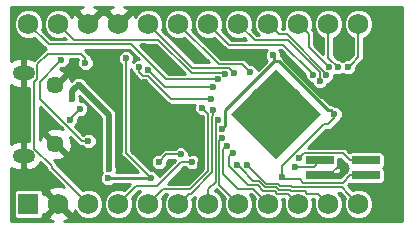
<source format=gbr>
G04 #@! TF.GenerationSoftware,KiCad,Pcbnew,(5.0.0)*
G04 #@! TF.CreationDate,2019-04-09T17:12:50-06:00*
G04 #@! TF.ProjectId,NRF52832 Base,4E5246353238333220426173652E6B69,rev?*
G04 #@! TF.SameCoordinates,Original*
G04 #@! TF.FileFunction,Copper,L2,Bot,Signal*
G04 #@! TF.FilePolarity,Positive*
%FSLAX46Y46*%
G04 Gerber Fmt 4.6, Leading zero omitted, Abs format (unit mm)*
G04 Created by KiCad (PCBNEW (5.0.0)) date 04/09/19 17:12:50*
%MOMM*%
%LPD*%
G01*
G04 APERTURE LIST*
G04 #@! TA.AperFunction,ComponentPad*
%ADD10R,1.752600X1.752600*%
G04 #@! TD*
G04 #@! TA.AperFunction,ComponentPad*
%ADD11C,1.752600*%
G04 #@! TD*
G04 #@! TA.AperFunction,Conductor*
%ADD12C,5.400000*%
G04 #@! TD*
G04 #@! TA.AperFunction,Conductor*
%ADD13C,0.100000*%
G04 #@! TD*
G04 #@! TA.AperFunction,ViaPad*
%ADD14C,0.600000*%
G04 #@! TD*
G04 #@! TA.AperFunction,ComponentPad*
%ADD15C,1.450000*%
G04 #@! TD*
G04 #@! TA.AperFunction,ComponentPad*
%ADD16O,1.900000X1.200000*%
G04 #@! TD*
G04 #@! TA.AperFunction,SMDPad,CuDef*
%ADD17R,2.400000X0.740000*%
G04 #@! TD*
G04 #@! TA.AperFunction,Conductor*
%ADD18C,0.250000*%
G04 #@! TD*
G04 #@! TA.AperFunction,Conductor*
%ADD19C,0.508000*%
G04 #@! TD*
G04 #@! TA.AperFunction,Conductor*
%ADD20C,0.254000*%
G04 #@! TD*
G04 #@! TA.AperFunction,Conductor*
%ADD21C,0.152400*%
G04 #@! TD*
G04 APERTURE END LIST*
D10*
G04 #@! TO.P,U2,1*
G04 #@! TO.N,RAW*
X113030000Y-97155000D03*
D11*
G04 #@! TO.P,U2,2*
G04 #@! TO.N,GND*
X115570000Y-97155000D03*
G04 #@! TO.P,U2,3*
G04 #@! TO.N,RESET*
X118110000Y-97155000D03*
G04 #@! TO.P,U2,4*
G04 #@! TO.N,VCC*
X120650000Y-97155000D03*
G04 #@! TO.P,U2,5*
G04 #@! TO.N,/P0.07*
X123190000Y-97155000D03*
G04 #@! TO.P,U2,6*
G04 #@! TO.N,/P0.09*
X125730000Y-97155000D03*
G04 #@! TO.P,U2,7*
G04 #@! TO.N,/P0.10*
X128270000Y-97155000D03*
G04 #@! TO.P,U2,8*
G04 #@! TO.N,/P0.11*
X130810000Y-97155000D03*
G04 #@! TO.P,U2,9*
G04 #@! TO.N,SCK*
X133350000Y-97155000D03*
G04 #@! TO.P,U2,10*
G04 #@! TO.N,MOSI*
X135890000Y-97155000D03*
G04 #@! TO.P,U2,11*
G04 #@! TO.N,MISO*
X138430000Y-97155000D03*
G04 #@! TO.P,U2,12*
G04 #@! TO.N,/P0.18*
X140970000Y-97155000D03*
G04 #@! TO.P,U2,24*
G04 #@! TO.N,SDA*
X140970000Y-81915000D03*
G04 #@! TO.P,U2,23*
G04 #@! TO.N,SCL*
X138430000Y-81915000D03*
G04 #@! TO.P,U2,22*
G04 #@! TO.N,/P0.27*
X135890000Y-81915000D03*
G04 #@! TO.P,U2,21*
G04 #@! TO.N,/P0.28*
X133350000Y-81915000D03*
G04 #@! TO.P,U2,20*
G04 #@! TO.N,/P0.29*
X130810000Y-81915000D03*
G04 #@! TO.P,U2,19*
G04 #@! TO.N,/P0.30*
X128270000Y-81915000D03*
G04 #@! TO.P,U2,18*
G04 #@! TO.N,/P0.02*
X125730000Y-81915000D03*
G04 #@! TO.P,U2,17*
G04 #@! TO.N,/P0.03*
X123190000Y-81915000D03*
G04 #@! TO.P,U2,16*
G04 #@! TO.N,GND*
X120650000Y-81915000D03*
G04 #@! TO.P,U2,15*
X118110000Y-81915000D03*
G04 #@! TO.P,U2,14*
G04 #@! TO.N,/P0.04*
X115570000Y-81915000D03*
G04 #@! TO.P,U2,13*
G04 #@! TO.N,/P0.05*
X113030000Y-81915000D03*
G04 #@! TD*
D12*
G04 #@! TO.N,GND*
G04 #@! TO.C,U1*
X133985000Y-89535000D03*
D13*
G36*
X130166623Y-89535000D02*
X133985000Y-85716623D01*
X137803377Y-89535000D01*
X133985000Y-93353377D01*
X130166623Y-89535000D01*
X130166623Y-89535000D01*
G37*
D14*
X133466455Y-87979365D03*
X132429365Y-89016455D03*
X134503545Y-87979365D03*
X133985000Y-88497911D03*
X133466455Y-89016455D03*
X132947911Y-89535000D03*
X132429365Y-90053545D03*
X134503545Y-89016455D03*
X133466455Y-90053545D03*
X135540635Y-89016455D03*
X135022089Y-89535000D03*
X134503545Y-90053545D03*
X133985000Y-90572089D03*
X133466455Y-91090635D03*
X135540635Y-90053545D03*
X134503545Y-91090635D03*
G04 #@! TD*
D15*
G04 #@! TO.P,J2,6*
G04 #@! TO.N,GND*
X115316000Y-87075000D03*
X115316000Y-92075000D03*
D16*
X112616000Y-86075000D03*
X112616000Y-93075000D03*
G04 #@! TD*
D17*
G04 #@! TO.P,J1,1*
G04 #@! TO.N,SWDIO*
X141586500Y-93472000D03*
G04 #@! TO.P,J1,2*
G04 #@! TO.N,SWDCLK*
X137686500Y-93472000D03*
G04 #@! TO.P,J1,3*
G04 #@! TO.N,VCC*
X141586500Y-94742000D03*
G04 #@! TO.P,J1,4*
G04 #@! TO.N,GND*
X137686500Y-94742000D03*
G04 #@! TD*
D14*
G04 #@! TO.N,GND*
X143129000Y-91440000D03*
X143129000Y-92710000D03*
X143129000Y-86868000D03*
X143129000Y-85598000D03*
X143129000Y-84328000D03*
X144500000Y-96700000D03*
X127580852Y-93889889D03*
X127000000Y-89535000D03*
X122936000Y-86868000D03*
X123698000Y-84455000D03*
X122809000Y-83820000D03*
X138849570Y-88430570D03*
X134620000Y-84455000D03*
X139827000Y-90678000D03*
X121031000Y-94107000D03*
X127508000Y-92329000D03*
X125730000Y-85852000D03*
X143002000Y-98298000D03*
X143002000Y-97409000D03*
X143002000Y-96520000D03*
X143002000Y-95758000D03*
X143002000Y-80772000D03*
X143002000Y-81534000D03*
X143002000Y-82296000D03*
X143002000Y-83058000D03*
X139509500Y-93916500D03*
G04 #@! TO.N,VCC*
X134493000Y-94869000D03*
X133731000Y-84582000D03*
X129408232Y-90770832D03*
X126873000Y-93599000D03*
X138938000Y-89535000D03*
G04 #@! TO.N,SCK*
X129805607Y-92217632D03*
G04 #@! TO.N,MOSI*
X130328002Y-92808599D03*
G04 #@! TO.N,MISO*
X130683000Y-93853000D03*
G04 #@! TO.N,SDA*
X140081000Y-85598000D03*
G04 #@! TO.N,SCL*
X139196858Y-85595422D03*
G04 #@! TO.N,RESET*
X117856000Y-85217000D03*
G04 #@! TO.N,SWDCLK*
X135631533Y-93992213D03*
G04 #@! TO.N,SWDIO*
X135953500Y-93285584D03*
G04 #@! TO.N,/P0.02*
X131820473Y-86014842D03*
G04 #@! TO.N,/P0.03*
X130435320Y-86034579D03*
G04 #@! TO.N,/P0.04*
X129682947Y-86164756D03*
G04 #@! TO.N,/P0.05*
X129073215Y-86605608D03*
G04 #@! TO.N,TXD*
X128651000Y-87228390D03*
X123133716Y-85781284D03*
G04 #@! TO.N,/P0.07*
X127762000Y-89027000D03*
G04 #@! TO.N,RXD*
X128524000Y-88285600D03*
X122409208Y-85578278D03*
G04 #@! TO.N,/P0.09*
X128690938Y-89215250D03*
G04 #@! TO.N,/P0.10*
X129103421Y-90043000D03*
G04 #@! TO.N,/P0.11*
X129408232Y-91567000D03*
G04 #@! TO.N,/P0.18*
X131572000Y-93853000D03*
G04 #@! TO.N,/P0.27*
X138442781Y-85549065D03*
G04 #@! TO.N,/P0.28*
X138255576Y-86277822D03*
G04 #@! TO.N,/P0.29*
X137686662Y-86770210D03*
G04 #@! TO.N,/P0.30*
X137159928Y-86232926D03*
G04 #@! TO.N,RAW*
X119761000Y-94996000D03*
X123444000Y-94996000D03*
X121285000Y-84836000D03*
G04 #@! TO.N,Net-(C6-Pad1)*
X124079000Y-93599000D03*
X125907598Y-92964000D03*
G04 #@! TO.N,/VBus*
X116713000Y-88265000D03*
X119833000Y-94234000D03*
X117284500Y-87058500D03*
G04 #@! TO.N,Net-(D1-Pad1)*
X118110000Y-91821000D03*
X115824000Y-84963000D03*
G04 #@! TO.N,/D+*
X117411500Y-89090500D03*
X116537062Y-90028438D03*
G04 #@! TD*
D18*
G04 #@! TO.N,GND*
X115570000Y-97155000D02*
X115984802Y-97155000D01*
D19*
X112616000Y-94201000D02*
X112616000Y-93075000D01*
X115570000Y-97155000D02*
X112616000Y-94201000D01*
D20*
X123235999Y-87167999D02*
X122936000Y-86868000D01*
X125603000Y-89535000D02*
X123235999Y-87167999D01*
X127000000Y-89535000D02*
X125603000Y-89535000D01*
X127508000Y-90043000D02*
X127000000Y-89535000D01*
X127580852Y-93889889D02*
X127508000Y-93817037D01*
X127508000Y-93817037D02*
X127508000Y-92329000D01*
D21*
X123698000Y-84455000D02*
X123398001Y-84155001D01*
X123063000Y-83820000D02*
X123698000Y-84455000D01*
X122809000Y-83820000D02*
X123063000Y-83820000D01*
D20*
X138531604Y-88112604D02*
X138549571Y-88130571D01*
X137836354Y-88112604D02*
X138531604Y-88112604D01*
X138549571Y-88130571D02*
X138849570Y-88430570D01*
X137836354Y-88112604D02*
X134620000Y-84896250D01*
X134620000Y-84896250D02*
X134620000Y-84455000D01*
X134620000Y-84455000D02*
X134620000Y-84455000D01*
X138849570Y-88430570D02*
X139827000Y-89408000D01*
X139827000Y-89408000D02*
X139827000Y-90678000D01*
X127508000Y-92329000D02*
X127508000Y-90043000D01*
D21*
X139342000Y-93916500D02*
X139509500Y-93916500D01*
X137686500Y-94742000D02*
X138516500Y-94742000D01*
X138516500Y-94742000D02*
X139342000Y-93916500D01*
D20*
G04 #@! TO.N,VCC*
X133858000Y-85090000D02*
X133858000Y-84709000D01*
X133858000Y-84709000D02*
X133731000Y-84582000D01*
X129708231Y-89239769D02*
X129708231Y-90470833D01*
X129708231Y-90470833D02*
X129408232Y-90770832D01*
X133858000Y-85090000D02*
X129708231Y-89239769D01*
D21*
X125984000Y-93599000D02*
X126873000Y-93599000D01*
X123952000Y-95631000D02*
X125984000Y-93599000D01*
X120650000Y-97155000D02*
X122174000Y-95631000D01*
X122174000Y-95631000D02*
X123952000Y-95631000D01*
D20*
X138638001Y-89235001D02*
X138938000Y-89535000D01*
X138384001Y-89235001D02*
X138638001Y-89235001D01*
X133858000Y-85090000D02*
X134239000Y-85090000D01*
X134239000Y-85090000D02*
X138384001Y-89235001D01*
D21*
X134493000Y-94444736D02*
X134493000Y-94869000D01*
X134493000Y-93963754D02*
X134493000Y-94444736D01*
X138032754Y-90424000D02*
X134493000Y-93963754D01*
X138430000Y-90424000D02*
X138032754Y-90424000D01*
X138938000Y-89535000D02*
X138938000Y-89916000D01*
X138938000Y-89916000D02*
X138430000Y-90424000D01*
X134683500Y-95059500D02*
X134493000Y-94869000D01*
X136022518Y-95059500D02*
X134683500Y-95059500D01*
X136303619Y-95340601D02*
X136022518Y-95059500D01*
X139635499Y-95340601D02*
X136303619Y-95340601D01*
X141586500Y-94742000D02*
X140234100Y-94742000D01*
X140234100Y-94742000D02*
X139635499Y-95340601D01*
G04 #@! TO.N,SCK*
X129505608Y-92517631D02*
X129805607Y-92217632D01*
X132080000Y-95885000D02*
X130810000Y-95885000D01*
X133350000Y-97155000D02*
X132080000Y-95885000D01*
X130810000Y-95885000D02*
X129505608Y-94580608D01*
X129505608Y-94580608D02*
X129505608Y-92517631D01*
G04 #@! TO.N,MOSI*
X131627859Y-95580189D02*
X130027399Y-93979729D01*
X134108955Y-96278701D02*
X133880353Y-96050099D01*
X135013701Y-96278701D02*
X134108955Y-96278701D01*
X135890000Y-97155000D02*
X135013701Y-96278701D01*
X133880353Y-96050099D02*
X132906965Y-96050099D01*
X132437056Y-95580189D02*
X131627859Y-95580189D01*
X130027399Y-93979729D02*
X130027399Y-93109202D01*
X132906965Y-96050099D02*
X132437056Y-95580189D01*
X130027399Y-93109202D02*
X130028003Y-93108598D01*
X130028003Y-93108598D02*
X130328002Y-92808599D01*
G04 #@! TO.N,MISO*
X135139957Y-95973891D02*
X134235211Y-95973891D01*
X134006609Y-95745289D02*
X133033222Y-95745289D01*
X133033222Y-95745289D02*
X132537934Y-95250000D01*
X136420353Y-96050099D02*
X135216165Y-96050099D01*
X132537934Y-95250000D02*
X132080000Y-95250000D01*
X130982999Y-94152999D02*
X130683000Y-93853000D01*
X132080000Y-95250000D02*
X130982999Y-94152999D01*
X134235211Y-95973891D02*
X134006609Y-95745289D01*
X135216165Y-96050099D02*
X135139957Y-95973891D01*
X137553701Y-96278701D02*
X136648955Y-96278701D01*
X138430000Y-97155000D02*
X137553701Y-96278701D01*
X136648955Y-96278701D02*
X136420353Y-96050099D01*
G04 #@! TO.N,SDA*
X140970000Y-84709000D02*
X140380999Y-85298001D01*
X140380999Y-85298001D02*
X140081000Y-85598000D01*
X140970000Y-81915000D02*
X140970000Y-84709000D01*
G04 #@! TO.N,SCL*
X138430000Y-81915000D02*
X138430000Y-84761029D01*
X138430000Y-84761029D02*
X139196858Y-85527887D01*
X139196858Y-85527887D02*
X139196858Y-85595422D01*
G04 #@! TO.N,RESET*
X117497663Y-84434399D02*
X114701601Y-84434399D01*
X117856000Y-85217000D02*
X117856000Y-84792736D01*
X117856000Y-84792736D02*
X117497663Y-84434399D01*
X113794610Y-86561324D02*
X113538000Y-86817934D01*
X114701601Y-84434399D02*
X113794610Y-85341390D01*
X113794610Y-85341390D02*
X113794610Y-86561324D01*
X113538000Y-92475169D02*
X115042831Y-93980000D01*
X113538000Y-86817934D02*
X113538000Y-92475169D01*
X115042831Y-94087831D02*
X118110000Y-97155000D01*
X115042831Y-93980000D02*
X115042831Y-94087831D01*
G04 #@! TO.N,SWDCLK*
X137166287Y-93992213D02*
X137686500Y-93472000D01*
X135631533Y-93992213D02*
X137166287Y-93992213D01*
G04 #@! TO.N,SWDIO*
X140234100Y-93472000D02*
X141586500Y-93472000D01*
X139635499Y-92873399D02*
X140234100Y-93472000D01*
X136365685Y-92873399D02*
X139635499Y-92873399D01*
X135953500Y-93285584D02*
X136365685Y-92873399D01*
G04 #@! TO.N,/P0.02*
X129146344Y-85331344D02*
X131136975Y-85331344D01*
X131136975Y-85331344D02*
X131520474Y-85714843D01*
X131520474Y-85714843D02*
X131820473Y-86014842D01*
X125730000Y-81915000D02*
X129146344Y-85331344D01*
G04 #@! TO.N,/P0.03*
X126911155Y-85636155D02*
X130036896Y-85636155D01*
X123190000Y-81915000D02*
X126911155Y-85636155D01*
X130036896Y-85636155D02*
X130135321Y-85734580D01*
X130135321Y-85734580D02*
X130435320Y-86034579D01*
G04 #@! TO.N,/P0.04*
X124002752Y-83235752D02*
X126844007Y-86077007D01*
X126844007Y-86077007D02*
X129595198Y-86077007D01*
X129595198Y-86077007D02*
X129682947Y-86164756D01*
X116890752Y-83235752D02*
X124002752Y-83235752D01*
X115570000Y-81915000D02*
X116890752Y-83235752D01*
G04 #@! TO.N,/P0.05*
X128648951Y-86605608D02*
X129073215Y-86605608D01*
X124705608Y-86605608D02*
X128648951Y-86605608D01*
X121731261Y-83631261D02*
X124705608Y-86605608D01*
X114746261Y-83631261D02*
X121731261Y-83631261D01*
X113030000Y-81915000D02*
X114746261Y-83631261D01*
G04 #@! TO.N,TXD*
X123433715Y-86081283D02*
X123133716Y-85781284D01*
X128651000Y-87228390D02*
X124580822Y-87228390D01*
X124580822Y-87228390D02*
X123433715Y-86081283D01*
G04 #@! TO.N,/P0.07*
X126746000Y-95885000D02*
X124460000Y-95885000D01*
X128270000Y-94361000D02*
X126746000Y-95885000D01*
X127762000Y-89027000D02*
X128270000Y-89535000D01*
X128270000Y-89535000D02*
X128270000Y-94361000D01*
X124460000Y-95885000D02*
X123190000Y-97155000D01*
G04 #@! TO.N,RXD*
X125135930Y-88285600D02*
X123189729Y-86339399D01*
X123189729Y-86339399D02*
X122746065Y-86339399D01*
X122409208Y-86002542D02*
X122409208Y-85578278D01*
X122746065Y-86339399D02*
X122409208Y-86002542D01*
X128524000Y-88285600D02*
X125135930Y-88285600D01*
G04 #@! TO.N,/P0.09*
X125730000Y-97155000D02*
X126606299Y-96278701D01*
X128574811Y-89755641D02*
X128690938Y-89639514D01*
X128574811Y-94487256D02*
X128574811Y-89755641D01*
X126606299Y-96278701D02*
X126783366Y-96278701D01*
X126783366Y-96278701D02*
X128574811Y-94487256D01*
X128690938Y-89639514D02*
X128690938Y-89215250D01*
G04 #@! TO.N,/P0.10*
X128270000Y-97155000D02*
X128270000Y-95915725D01*
X128879622Y-90266799D02*
X129103421Y-90043000D01*
X128879622Y-95306103D02*
X128879622Y-90266799D01*
X128270000Y-95915725D02*
X128879622Y-95306103D01*
G04 #@! TO.N,/P0.11*
X129184433Y-95529433D02*
X129184433Y-91790799D01*
X130810000Y-97155000D02*
X129184433Y-95529433D01*
X129184433Y-91790799D02*
X129408232Y-91567000D01*
G04 #@! TO.N,/P0.18*
X140093701Y-96278701D02*
X140970000Y-97155000D01*
X136559321Y-95758000D02*
X139573000Y-95758000D01*
X134132865Y-95440478D02*
X134361466Y-95669080D01*
X133159478Y-95440478D02*
X134132865Y-95440478D01*
X135266213Y-95669080D02*
X135342421Y-95745288D01*
X131572000Y-93853000D02*
X133159478Y-95440478D01*
X136546609Y-95745288D02*
X136559321Y-95758000D01*
X135342421Y-95745288D02*
X136546609Y-95745288D01*
X134361466Y-95669080D02*
X135266213Y-95669080D01*
X139573000Y-95758000D02*
X140093701Y-96278701D01*
G04 #@! TO.N,/P0.27*
X136766299Y-83872583D02*
X138142782Y-85249066D01*
X135890000Y-81915000D02*
X136766299Y-82791299D01*
X136766299Y-82791299D02*
X136766299Y-83872583D01*
X138142782Y-85249066D02*
X138442781Y-85549065D01*
G04 #@! TO.N,/P0.28*
X133436605Y-81915000D02*
X133350000Y-81915000D01*
X133350000Y-81915000D02*
X134226299Y-82791299D01*
X134226299Y-82791299D02*
X134931698Y-82791299D01*
X138255576Y-86115177D02*
X138255576Y-86277822D01*
X134931698Y-82791299D02*
X138255576Y-86115177D01*
G04 #@! TO.N,/P0.29*
X137688602Y-85979270D02*
X137688602Y-86344006D01*
X137688602Y-86344006D02*
X137686662Y-86345946D01*
X135021332Y-83312000D02*
X137688602Y-85979270D01*
X132207000Y-83312000D02*
X135021332Y-83312000D01*
X137686662Y-86345946D02*
X137686662Y-86770210D01*
X130810000Y-81915000D02*
X132207000Y-83312000D01*
G04 #@! TO.N,/P0.30*
X128270000Y-81915000D02*
X130048000Y-83693000D01*
X136859929Y-85932927D02*
X137159928Y-86232926D01*
X134620002Y-83693000D02*
X136859929Y-85932927D01*
X130048000Y-83693000D02*
X134620002Y-83693000D01*
D20*
G04 #@! TO.N,RAW*
X119761000Y-94996000D02*
X123444000Y-94996000D01*
D21*
X121285000Y-85260264D02*
X121285000Y-84836000D01*
X123444000Y-94996000D02*
X121285000Y-92837000D01*
X121285000Y-92837000D02*
X121285000Y-85260264D01*
G04 #@! TO.N,Net-(C6-Pad1)*
X124079000Y-93599000D02*
X124714000Y-92964000D01*
X124714000Y-92964000D02*
X125907598Y-92964000D01*
D19*
G04 #@! TO.N,/VBus*
X119833000Y-94234000D02*
X119833000Y-89607000D01*
X117584499Y-87358499D02*
X117284500Y-87058500D01*
X119833000Y-89607000D02*
X117584499Y-87358499D01*
X116713000Y-88265000D02*
X116713000Y-87630000D01*
X116984501Y-87358499D02*
X117284500Y-87058500D01*
X116713000Y-87630000D02*
X116984501Y-87358499D01*
D21*
G04 #@! TO.N,Net-(D1-Pad1)*
X115524001Y-85262999D02*
X115824000Y-84963000D01*
X113982500Y-86804500D02*
X115524001Y-85262999D01*
X113982500Y-88256206D02*
X113982500Y-86804500D01*
X118110000Y-91821000D02*
X117547294Y-91821000D01*
X117547294Y-91821000D02*
X113982500Y-88256206D01*
G04 #@! TO.N,/D+*
X117411500Y-89090500D02*
X116537062Y-89964938D01*
X116537062Y-89964938D02*
X116537062Y-90028438D01*
G04 #@! TD*
D20*
G04 #@! TO.N,GND*
G36*
X117310104Y-80597973D02*
X117226604Y-80851999D01*
X118110000Y-81735395D01*
X118993396Y-80851999D01*
X118909896Y-80597973D01*
X118547745Y-80466000D01*
X120168713Y-80466000D01*
X119850104Y-80597973D01*
X119766604Y-80851999D01*
X120650000Y-81735395D01*
X121533396Y-80851999D01*
X121449896Y-80597973D01*
X121087745Y-80466000D01*
X144653000Y-80466000D01*
X144653000Y-98604000D01*
X116051287Y-98604000D01*
X116369896Y-98472027D01*
X116453396Y-98218001D01*
X115570000Y-97334605D01*
X114686604Y-98218001D01*
X114770104Y-98472027D01*
X115132255Y-98604000D01*
X111581000Y-98604000D01*
X111581000Y-96278700D01*
X111765236Y-96278700D01*
X111765236Y-98031300D01*
X111794806Y-98179959D01*
X111879014Y-98305986D01*
X112005041Y-98390194D01*
X112153700Y-98419764D01*
X113906300Y-98419764D01*
X114054959Y-98390194D01*
X114180986Y-98305986D01*
X114265194Y-98179959D01*
X114294764Y-98031300D01*
X114294764Y-97968633D01*
X114506999Y-98038396D01*
X115390395Y-97155000D01*
X114506999Y-96271604D01*
X114294764Y-96341367D01*
X114294764Y-96278700D01*
X114265194Y-96130041D01*
X114180986Y-96004014D01*
X114054959Y-95919806D01*
X113906300Y-95890236D01*
X112153700Y-95890236D01*
X112005041Y-95919806D01*
X111879014Y-96004014D01*
X111794806Y-96130041D01*
X111765236Y-96278700D01*
X111581000Y-96278700D01*
X111581000Y-94088696D01*
X111676053Y-94167390D01*
X112139000Y-94310000D01*
X112489000Y-94310000D01*
X112489000Y-93202000D01*
X112469000Y-93202000D01*
X112469000Y-92948000D01*
X112489000Y-92948000D01*
X112489000Y-91840000D01*
X112139000Y-91840000D01*
X111676053Y-91982610D01*
X111581000Y-92061304D01*
X111581000Y-87088696D01*
X111676053Y-87167390D01*
X112139000Y-87310000D01*
X112489000Y-87310000D01*
X112489000Y-86202000D01*
X112469000Y-86202000D01*
X112469000Y-85948000D01*
X112489000Y-85948000D01*
X112489000Y-84840000D01*
X112139000Y-84840000D01*
X111676053Y-84982610D01*
X111581000Y-85061304D01*
X111581000Y-81664907D01*
X111772700Y-81664907D01*
X111772700Y-82165093D01*
X111964112Y-82627203D01*
X112317797Y-82980888D01*
X112779907Y-83172300D01*
X113280093Y-83172300D01*
X113535096Y-83066674D01*
X114391129Y-83922707D01*
X114416638Y-83960884D01*
X114501983Y-84017910D01*
X114371978Y-84104776D01*
X114346471Y-84142950D01*
X113518383Y-84971039D01*
X113093000Y-84840000D01*
X112743000Y-84840000D01*
X112743000Y-85948000D01*
X112763000Y-85948000D01*
X112763000Y-86202000D01*
X112743000Y-86202000D01*
X112743000Y-87310000D01*
X113080800Y-87310000D01*
X113080801Y-91840000D01*
X112743000Y-91840000D01*
X112743000Y-92948000D01*
X112763000Y-92948000D01*
X112763000Y-93202000D01*
X112743000Y-93202000D01*
X112743000Y-94310000D01*
X113093000Y-94310000D01*
X113555947Y-94167390D01*
X113929080Y-93858474D01*
X114048665Y-93632412D01*
X114594698Y-94178445D01*
X114612158Y-94266222D01*
X114713208Y-94417454D01*
X114751385Y-94442963D01*
X116018250Y-95709828D01*
X115805003Y-95632118D01*
X115204332Y-95658109D01*
X114770104Y-95837973D01*
X114686604Y-96091999D01*
X115570000Y-96975395D01*
X115584143Y-96961253D01*
X115763748Y-97140858D01*
X115749605Y-97155000D01*
X116633001Y-98038396D01*
X116887027Y-97954896D01*
X116977546Y-97706499D01*
X117044112Y-97867203D01*
X117397797Y-98220888D01*
X117859907Y-98412300D01*
X118360093Y-98412300D01*
X118822203Y-98220888D01*
X119175888Y-97867203D01*
X119367300Y-97405093D01*
X119367300Y-96904907D01*
X119175888Y-96442797D01*
X118822203Y-96089112D01*
X118360093Y-95897700D01*
X117859907Y-95897700D01*
X117604904Y-96003325D01*
X115490964Y-93889386D01*
X115473504Y-93801609D01*
X115372454Y-93650377D01*
X115334277Y-93624868D01*
X115154747Y-93445338D01*
X115657444Y-93418949D01*
X116024878Y-93266753D01*
X116089793Y-93028398D01*
X115316000Y-92254605D01*
X115301858Y-92268748D01*
X115122253Y-92089143D01*
X115136395Y-92075000D01*
X114362602Y-91301207D01*
X114124247Y-91366122D01*
X113995200Y-91730640D01*
X113995200Y-88915484D01*
X115929030Y-90849315D01*
X115514854Y-90702688D01*
X114974556Y-90731051D01*
X114607122Y-90883247D01*
X114542207Y-91121602D01*
X115316000Y-91895395D01*
X115330143Y-91881253D01*
X115509748Y-92060858D01*
X115495605Y-92075000D01*
X116269398Y-92848793D01*
X116507753Y-92783878D01*
X116688312Y-92273854D01*
X116659949Y-91733556D01*
X116551534Y-91471819D01*
X117192164Y-92112449D01*
X117217671Y-92150623D01*
X117255845Y-92176130D01*
X117368903Y-92251673D01*
X117547293Y-92287157D01*
X117592323Y-92278200D01*
X117604120Y-92278200D01*
X117724244Y-92398324D01*
X117974541Y-92502000D01*
X118245459Y-92502000D01*
X118495756Y-92398324D01*
X118687324Y-92206756D01*
X118791000Y-91956459D01*
X118791000Y-91685541D01*
X118687324Y-91435244D01*
X118495756Y-91243676D01*
X118245459Y-91140000D01*
X117974541Y-91140000D01*
X117724244Y-91243676D01*
X117670396Y-91297524D01*
X116950726Y-90577854D01*
X117114386Y-90414194D01*
X117218062Y-90163897D01*
X117218062Y-89930516D01*
X117377079Y-89771500D01*
X117546959Y-89771500D01*
X117797256Y-89667824D01*
X117988824Y-89476256D01*
X118092500Y-89225959D01*
X118092500Y-88955041D01*
X117988824Y-88704744D01*
X117797256Y-88513176D01*
X117546959Y-88409500D01*
X117390255Y-88409500D01*
X117394000Y-88400459D01*
X117394000Y-88129541D01*
X117349087Y-88021111D01*
X119198001Y-89870027D01*
X119198000Y-93987487D01*
X119152000Y-94098541D01*
X119152000Y-94369459D01*
X119231802Y-94562118D01*
X119183676Y-94610244D01*
X119080000Y-94860541D01*
X119080000Y-95131459D01*
X119183676Y-95381756D01*
X119375244Y-95573324D01*
X119625541Y-95677000D01*
X119896459Y-95677000D01*
X120146756Y-95573324D01*
X120216080Y-95504000D01*
X121654422Y-95504000D01*
X121155096Y-96003326D01*
X120900093Y-95897700D01*
X120399907Y-95897700D01*
X119937797Y-96089112D01*
X119584112Y-96442797D01*
X119392700Y-96904907D01*
X119392700Y-97405093D01*
X119584112Y-97867203D01*
X119937797Y-98220888D01*
X120399907Y-98412300D01*
X120900093Y-98412300D01*
X121362203Y-98220888D01*
X121715888Y-97867203D01*
X121907300Y-97405093D01*
X121907300Y-96904907D01*
X121801674Y-96649904D01*
X122363378Y-96088200D01*
X122479999Y-96088200D01*
X122477797Y-96089112D01*
X122124112Y-96442797D01*
X121932700Y-96904907D01*
X121932700Y-97405093D01*
X122124112Y-97867203D01*
X122477797Y-98220888D01*
X122939907Y-98412300D01*
X123440093Y-98412300D01*
X123902203Y-98220888D01*
X124255888Y-97867203D01*
X124447300Y-97405093D01*
X124447300Y-96904907D01*
X124341674Y-96649904D01*
X124649379Y-96342200D01*
X124764709Y-96342200D01*
X124664112Y-96442797D01*
X124472700Y-96904907D01*
X124472700Y-97405093D01*
X124664112Y-97867203D01*
X125017797Y-98220888D01*
X125479907Y-98412300D01*
X125980093Y-98412300D01*
X126442203Y-98220888D01*
X126795888Y-97867203D01*
X126987300Y-97405093D01*
X126987300Y-96904907D01*
X126910528Y-96719564D01*
X126961757Y-96709374D01*
X127112989Y-96608324D01*
X127138498Y-96570147D01*
X127160458Y-96548187D01*
X127012700Y-96904907D01*
X127012700Y-97405093D01*
X127204112Y-97867203D01*
X127557797Y-98220888D01*
X128019907Y-98412300D01*
X128520093Y-98412300D01*
X128982203Y-98220888D01*
X129335888Y-97867203D01*
X129527300Y-97405093D01*
X129527300Y-96904907D01*
X129335888Y-96442797D01*
X128982203Y-96089112D01*
X128813196Y-96019107D01*
X128920362Y-95911941D01*
X129658326Y-96649904D01*
X129552700Y-96904907D01*
X129552700Y-97405093D01*
X129744112Y-97867203D01*
X130097797Y-98220888D01*
X130559907Y-98412300D01*
X131060093Y-98412300D01*
X131522203Y-98220888D01*
X131875888Y-97867203D01*
X132067300Y-97405093D01*
X132067300Y-96904907D01*
X131875888Y-96442797D01*
X131775291Y-96342200D01*
X131890622Y-96342200D01*
X132198326Y-96649904D01*
X132092700Y-96904907D01*
X132092700Y-97405093D01*
X132284112Y-97867203D01*
X132637797Y-98220888D01*
X133099907Y-98412300D01*
X133600093Y-98412300D01*
X134062203Y-98220888D01*
X134415888Y-97867203D01*
X134607300Y-97405093D01*
X134607300Y-96904907D01*
X134537296Y-96735901D01*
X134702704Y-96735901D01*
X134632700Y-96904907D01*
X134632700Y-97405093D01*
X134824112Y-97867203D01*
X135177797Y-98220888D01*
X135639907Y-98412300D01*
X136140093Y-98412300D01*
X136602203Y-98220888D01*
X136955888Y-97867203D01*
X137147300Y-97405093D01*
X137147300Y-96904907D01*
X137077296Y-96735901D01*
X137242704Y-96735901D01*
X137172700Y-96904907D01*
X137172700Y-97405093D01*
X137364112Y-97867203D01*
X137717797Y-98220888D01*
X138179907Y-98412300D01*
X138680093Y-98412300D01*
X139142203Y-98220888D01*
X139495888Y-97867203D01*
X139687300Y-97405093D01*
X139687300Y-96904907D01*
X139495888Y-96442797D01*
X139268291Y-96215200D01*
X139383622Y-96215200D01*
X139818326Y-96649904D01*
X139712700Y-96904907D01*
X139712700Y-97405093D01*
X139904112Y-97867203D01*
X140257797Y-98220888D01*
X140719907Y-98412300D01*
X141220093Y-98412300D01*
X141682203Y-98220888D01*
X142035888Y-97867203D01*
X142227300Y-97405093D01*
X142227300Y-96904907D01*
X142035888Y-96442797D01*
X141682203Y-96089112D01*
X141220093Y-95897700D01*
X140719907Y-95897700D01*
X140464904Y-96003326D01*
X140042128Y-95580550D01*
X140186253Y-95436425D01*
X140237841Y-95470894D01*
X140386500Y-95500464D01*
X142786500Y-95500464D01*
X142935159Y-95470894D01*
X143061186Y-95386686D01*
X143145394Y-95260659D01*
X143174964Y-95112000D01*
X143174964Y-94372000D01*
X143145394Y-94223341D01*
X143067658Y-94107000D01*
X143145394Y-93990659D01*
X143174964Y-93842000D01*
X143174964Y-93102000D01*
X143145394Y-92953341D01*
X143061186Y-92827314D01*
X142935159Y-92743106D01*
X142786500Y-92713536D01*
X140386500Y-92713536D01*
X140237841Y-92743106D01*
X140186253Y-92777575D01*
X139990631Y-92581953D01*
X139965122Y-92543776D01*
X139813890Y-92442726D01*
X139680529Y-92416199D01*
X139635499Y-92407242D01*
X139590469Y-92416199D01*
X136687134Y-92416199D01*
X138222133Y-90881200D01*
X138384970Y-90881200D01*
X138430000Y-90890157D01*
X138475030Y-90881200D01*
X138608391Y-90854673D01*
X138759623Y-90753623D01*
X138785132Y-90715446D01*
X139229446Y-90271132D01*
X139267623Y-90245623D01*
X139368673Y-90094391D01*
X139375373Y-90060707D01*
X139515324Y-89920756D01*
X139619000Y-89670459D01*
X139619000Y-89399541D01*
X139515324Y-89149244D01*
X139323756Y-88957676D01*
X139073459Y-88854000D01*
X138982167Y-88854000D01*
X138836213Y-88756476D01*
X138688033Y-88727001D01*
X138688029Y-88727001D01*
X138638001Y-88717050D01*
X138593352Y-88725931D01*
X134633588Y-84766168D01*
X134605247Y-84723753D01*
X134437212Y-84611475D01*
X134412000Y-84606460D01*
X134412000Y-84446541D01*
X134308324Y-84196244D01*
X134262280Y-84150200D01*
X134430624Y-84150200D01*
X136478928Y-86198505D01*
X136478928Y-86368385D01*
X136582604Y-86618682D01*
X136774172Y-86810250D01*
X137005895Y-86906233D01*
X137109338Y-87155966D01*
X137300906Y-87347534D01*
X137551203Y-87451210D01*
X137822121Y-87451210D01*
X138072418Y-87347534D01*
X138263986Y-87155966D01*
X138345645Y-86958822D01*
X138391035Y-86958822D01*
X138641332Y-86855146D01*
X138832900Y-86663578D01*
X138936576Y-86413281D01*
X138936576Y-86224719D01*
X139061399Y-86276422D01*
X139332317Y-86276422D01*
X139582614Y-86172746D01*
X139637640Y-86117720D01*
X139695244Y-86175324D01*
X139945541Y-86279000D01*
X140216459Y-86279000D01*
X140466756Y-86175324D01*
X140658324Y-85983756D01*
X140762000Y-85733459D01*
X140762000Y-85563578D01*
X141261449Y-85064130D01*
X141299623Y-85038623D01*
X141400673Y-84887391D01*
X141405090Y-84865187D01*
X141436157Y-84709001D01*
X141427200Y-84663971D01*
X141427200Y-83086514D01*
X141682203Y-82980888D01*
X142035888Y-82627203D01*
X142227300Y-82165093D01*
X142227300Y-81664907D01*
X142035888Y-81202797D01*
X141682203Y-80849112D01*
X141220093Y-80657700D01*
X140719907Y-80657700D01*
X140257797Y-80849112D01*
X139904112Y-81202797D01*
X139712700Y-81664907D01*
X139712700Y-82165093D01*
X139904112Y-82627203D01*
X140257797Y-82980888D01*
X140512800Y-83086514D01*
X140512801Y-84519620D01*
X140115422Y-84917000D01*
X139945541Y-84917000D01*
X139695244Y-85020676D01*
X139640218Y-85075702D01*
X139582614Y-85018098D01*
X139332317Y-84914422D01*
X139229972Y-84914422D01*
X138887200Y-84571651D01*
X138887200Y-83086514D01*
X139142203Y-82980888D01*
X139495888Y-82627203D01*
X139687300Y-82165093D01*
X139687300Y-81664907D01*
X139495888Y-81202797D01*
X139142203Y-80849112D01*
X138680093Y-80657700D01*
X138179907Y-80657700D01*
X137717797Y-80849112D01*
X137364112Y-81202797D01*
X137172700Y-81664907D01*
X137172700Y-82165093D01*
X137364112Y-82627203D01*
X137717797Y-82980888D01*
X137972800Y-83086514D01*
X137972801Y-84432506D01*
X137223499Y-83683205D01*
X137223499Y-82836329D01*
X137232456Y-82791299D01*
X137196972Y-82612908D01*
X137121429Y-82499850D01*
X137095922Y-82461676D01*
X137057748Y-82436169D01*
X137041675Y-82420096D01*
X137147300Y-82165093D01*
X137147300Y-81664907D01*
X136955888Y-81202797D01*
X136602203Y-80849112D01*
X136140093Y-80657700D01*
X135639907Y-80657700D01*
X135177797Y-80849112D01*
X134824112Y-81202797D01*
X134632700Y-81664907D01*
X134632700Y-82165093D01*
X134702704Y-82334099D01*
X134537296Y-82334099D01*
X134607300Y-82165093D01*
X134607300Y-81664907D01*
X134415888Y-81202797D01*
X134062203Y-80849112D01*
X133600093Y-80657700D01*
X133099907Y-80657700D01*
X132637797Y-80849112D01*
X132284112Y-81202797D01*
X132092700Y-81664907D01*
X132092700Y-82165093D01*
X132284112Y-82627203D01*
X132511709Y-82854800D01*
X132396378Y-82854800D01*
X131961674Y-82420096D01*
X132067300Y-82165093D01*
X132067300Y-81664907D01*
X131875888Y-81202797D01*
X131522203Y-80849112D01*
X131060093Y-80657700D01*
X130559907Y-80657700D01*
X130097797Y-80849112D01*
X129744112Y-81202797D01*
X129552700Y-81664907D01*
X129552700Y-82165093D01*
X129744112Y-82627203D01*
X130097797Y-82980888D01*
X130559907Y-83172300D01*
X131060093Y-83172300D01*
X131315096Y-83066674D01*
X131484222Y-83235800D01*
X130237378Y-83235800D01*
X129421674Y-82420096D01*
X129527300Y-82165093D01*
X129527300Y-81664907D01*
X129335888Y-81202797D01*
X128982203Y-80849112D01*
X128520093Y-80657700D01*
X128019907Y-80657700D01*
X127557797Y-80849112D01*
X127204112Y-81202797D01*
X127012700Y-81664907D01*
X127012700Y-82165093D01*
X127204112Y-82627203D01*
X127557797Y-82980888D01*
X128019907Y-83172300D01*
X128520093Y-83172300D01*
X128775096Y-83066674D01*
X129692868Y-83984446D01*
X129718377Y-84022623D01*
X129803154Y-84079269D01*
X129869609Y-84123673D01*
X130048000Y-84159157D01*
X130093030Y-84150200D01*
X133199720Y-84150200D01*
X133153676Y-84196244D01*
X133050000Y-84446541D01*
X133050000Y-84717459D01*
X133153676Y-84967756D01*
X133207750Y-85021830D01*
X132457165Y-85772415D01*
X132397797Y-85629086D01*
X132206229Y-85437518D01*
X131955932Y-85333842D01*
X131786051Y-85333842D01*
X131492107Y-85039898D01*
X131466598Y-85001721D01*
X131315366Y-84900671D01*
X131182005Y-84874144D01*
X131136975Y-84865187D01*
X131091945Y-84874144D01*
X129335723Y-84874144D01*
X126881674Y-82420096D01*
X126987300Y-82165093D01*
X126987300Y-81664907D01*
X126795888Y-81202797D01*
X126442203Y-80849112D01*
X125980093Y-80657700D01*
X125479907Y-80657700D01*
X125017797Y-80849112D01*
X124664112Y-81202797D01*
X124472700Y-81664907D01*
X124472700Y-82165093D01*
X124664112Y-82627203D01*
X125017797Y-82980888D01*
X125479907Y-83172300D01*
X125980093Y-83172300D01*
X126235096Y-83066674D01*
X128347376Y-85178955D01*
X127100534Y-85178955D01*
X124341674Y-82420096D01*
X124447300Y-82165093D01*
X124447300Y-81664907D01*
X124255888Y-81202797D01*
X123902203Y-80849112D01*
X123440093Y-80657700D01*
X122939907Y-80657700D01*
X122477797Y-80849112D01*
X122124112Y-81202797D01*
X122063732Y-81348568D01*
X121967027Y-81115104D01*
X121713001Y-81031604D01*
X120829605Y-81915000D01*
X120843748Y-81929143D01*
X120664143Y-82108748D01*
X120650000Y-82094605D01*
X120635858Y-82108748D01*
X120456253Y-81929143D01*
X120470395Y-81915000D01*
X119586999Y-81031604D01*
X119380000Y-81099646D01*
X119173001Y-81031604D01*
X118289605Y-81915000D01*
X118303748Y-81929143D01*
X118124143Y-82108748D01*
X118110000Y-82094605D01*
X118095858Y-82108748D01*
X117916253Y-81929143D01*
X117930395Y-81915000D01*
X117046999Y-81031604D01*
X116792973Y-81115104D01*
X116702454Y-81363501D01*
X116635888Y-81202797D01*
X116282203Y-80849112D01*
X115820093Y-80657700D01*
X115319907Y-80657700D01*
X114857797Y-80849112D01*
X114504112Y-81202797D01*
X114312700Y-81664907D01*
X114312700Y-82165093D01*
X114504112Y-82627203D01*
X114857797Y-82980888D01*
X115319907Y-83172300D01*
X115820093Y-83172300D01*
X116075096Y-83066674D01*
X116182483Y-83174061D01*
X114935639Y-83174061D01*
X114181674Y-82420096D01*
X114287300Y-82165093D01*
X114287300Y-81664907D01*
X114095888Y-81202797D01*
X113742203Y-80849112D01*
X113280093Y-80657700D01*
X112779907Y-80657700D01*
X112317797Y-80849112D01*
X111964112Y-81202797D01*
X111772700Y-81664907D01*
X111581000Y-81664907D01*
X111581000Y-80466000D01*
X117628713Y-80466000D01*
X117310104Y-80597973D01*
X117310104Y-80597973D01*
G37*
X117310104Y-80597973D02*
X117226604Y-80851999D01*
X118110000Y-81735395D01*
X118993396Y-80851999D01*
X118909896Y-80597973D01*
X118547745Y-80466000D01*
X120168713Y-80466000D01*
X119850104Y-80597973D01*
X119766604Y-80851999D01*
X120650000Y-81735395D01*
X121533396Y-80851999D01*
X121449896Y-80597973D01*
X121087745Y-80466000D01*
X144653000Y-80466000D01*
X144653000Y-98604000D01*
X116051287Y-98604000D01*
X116369896Y-98472027D01*
X116453396Y-98218001D01*
X115570000Y-97334605D01*
X114686604Y-98218001D01*
X114770104Y-98472027D01*
X115132255Y-98604000D01*
X111581000Y-98604000D01*
X111581000Y-96278700D01*
X111765236Y-96278700D01*
X111765236Y-98031300D01*
X111794806Y-98179959D01*
X111879014Y-98305986D01*
X112005041Y-98390194D01*
X112153700Y-98419764D01*
X113906300Y-98419764D01*
X114054959Y-98390194D01*
X114180986Y-98305986D01*
X114265194Y-98179959D01*
X114294764Y-98031300D01*
X114294764Y-97968633D01*
X114506999Y-98038396D01*
X115390395Y-97155000D01*
X114506999Y-96271604D01*
X114294764Y-96341367D01*
X114294764Y-96278700D01*
X114265194Y-96130041D01*
X114180986Y-96004014D01*
X114054959Y-95919806D01*
X113906300Y-95890236D01*
X112153700Y-95890236D01*
X112005041Y-95919806D01*
X111879014Y-96004014D01*
X111794806Y-96130041D01*
X111765236Y-96278700D01*
X111581000Y-96278700D01*
X111581000Y-94088696D01*
X111676053Y-94167390D01*
X112139000Y-94310000D01*
X112489000Y-94310000D01*
X112489000Y-93202000D01*
X112469000Y-93202000D01*
X112469000Y-92948000D01*
X112489000Y-92948000D01*
X112489000Y-91840000D01*
X112139000Y-91840000D01*
X111676053Y-91982610D01*
X111581000Y-92061304D01*
X111581000Y-87088696D01*
X111676053Y-87167390D01*
X112139000Y-87310000D01*
X112489000Y-87310000D01*
X112489000Y-86202000D01*
X112469000Y-86202000D01*
X112469000Y-85948000D01*
X112489000Y-85948000D01*
X112489000Y-84840000D01*
X112139000Y-84840000D01*
X111676053Y-84982610D01*
X111581000Y-85061304D01*
X111581000Y-81664907D01*
X111772700Y-81664907D01*
X111772700Y-82165093D01*
X111964112Y-82627203D01*
X112317797Y-82980888D01*
X112779907Y-83172300D01*
X113280093Y-83172300D01*
X113535096Y-83066674D01*
X114391129Y-83922707D01*
X114416638Y-83960884D01*
X114501983Y-84017910D01*
X114371978Y-84104776D01*
X114346471Y-84142950D01*
X113518383Y-84971039D01*
X113093000Y-84840000D01*
X112743000Y-84840000D01*
X112743000Y-85948000D01*
X112763000Y-85948000D01*
X112763000Y-86202000D01*
X112743000Y-86202000D01*
X112743000Y-87310000D01*
X113080800Y-87310000D01*
X113080801Y-91840000D01*
X112743000Y-91840000D01*
X112743000Y-92948000D01*
X112763000Y-92948000D01*
X112763000Y-93202000D01*
X112743000Y-93202000D01*
X112743000Y-94310000D01*
X113093000Y-94310000D01*
X113555947Y-94167390D01*
X113929080Y-93858474D01*
X114048665Y-93632412D01*
X114594698Y-94178445D01*
X114612158Y-94266222D01*
X114713208Y-94417454D01*
X114751385Y-94442963D01*
X116018250Y-95709828D01*
X115805003Y-95632118D01*
X115204332Y-95658109D01*
X114770104Y-95837973D01*
X114686604Y-96091999D01*
X115570000Y-96975395D01*
X115584143Y-96961253D01*
X115763748Y-97140858D01*
X115749605Y-97155000D01*
X116633001Y-98038396D01*
X116887027Y-97954896D01*
X116977546Y-97706499D01*
X117044112Y-97867203D01*
X117397797Y-98220888D01*
X117859907Y-98412300D01*
X118360093Y-98412300D01*
X118822203Y-98220888D01*
X119175888Y-97867203D01*
X119367300Y-97405093D01*
X119367300Y-96904907D01*
X119175888Y-96442797D01*
X118822203Y-96089112D01*
X118360093Y-95897700D01*
X117859907Y-95897700D01*
X117604904Y-96003325D01*
X115490964Y-93889386D01*
X115473504Y-93801609D01*
X115372454Y-93650377D01*
X115334277Y-93624868D01*
X115154747Y-93445338D01*
X115657444Y-93418949D01*
X116024878Y-93266753D01*
X116089793Y-93028398D01*
X115316000Y-92254605D01*
X115301858Y-92268748D01*
X115122253Y-92089143D01*
X115136395Y-92075000D01*
X114362602Y-91301207D01*
X114124247Y-91366122D01*
X113995200Y-91730640D01*
X113995200Y-88915484D01*
X115929030Y-90849315D01*
X115514854Y-90702688D01*
X114974556Y-90731051D01*
X114607122Y-90883247D01*
X114542207Y-91121602D01*
X115316000Y-91895395D01*
X115330143Y-91881253D01*
X115509748Y-92060858D01*
X115495605Y-92075000D01*
X116269398Y-92848793D01*
X116507753Y-92783878D01*
X116688312Y-92273854D01*
X116659949Y-91733556D01*
X116551534Y-91471819D01*
X117192164Y-92112449D01*
X117217671Y-92150623D01*
X117255845Y-92176130D01*
X117368903Y-92251673D01*
X117547293Y-92287157D01*
X117592323Y-92278200D01*
X117604120Y-92278200D01*
X117724244Y-92398324D01*
X117974541Y-92502000D01*
X118245459Y-92502000D01*
X118495756Y-92398324D01*
X118687324Y-92206756D01*
X118791000Y-91956459D01*
X118791000Y-91685541D01*
X118687324Y-91435244D01*
X118495756Y-91243676D01*
X118245459Y-91140000D01*
X117974541Y-91140000D01*
X117724244Y-91243676D01*
X117670396Y-91297524D01*
X116950726Y-90577854D01*
X117114386Y-90414194D01*
X117218062Y-90163897D01*
X117218062Y-89930516D01*
X117377079Y-89771500D01*
X117546959Y-89771500D01*
X117797256Y-89667824D01*
X117988824Y-89476256D01*
X118092500Y-89225959D01*
X118092500Y-88955041D01*
X117988824Y-88704744D01*
X117797256Y-88513176D01*
X117546959Y-88409500D01*
X117390255Y-88409500D01*
X117394000Y-88400459D01*
X117394000Y-88129541D01*
X117349087Y-88021111D01*
X119198001Y-89870027D01*
X119198000Y-93987487D01*
X119152000Y-94098541D01*
X119152000Y-94369459D01*
X119231802Y-94562118D01*
X119183676Y-94610244D01*
X119080000Y-94860541D01*
X119080000Y-95131459D01*
X119183676Y-95381756D01*
X119375244Y-95573324D01*
X119625541Y-95677000D01*
X119896459Y-95677000D01*
X120146756Y-95573324D01*
X120216080Y-95504000D01*
X121654422Y-95504000D01*
X121155096Y-96003326D01*
X120900093Y-95897700D01*
X120399907Y-95897700D01*
X119937797Y-96089112D01*
X119584112Y-96442797D01*
X119392700Y-96904907D01*
X119392700Y-97405093D01*
X119584112Y-97867203D01*
X119937797Y-98220888D01*
X120399907Y-98412300D01*
X120900093Y-98412300D01*
X121362203Y-98220888D01*
X121715888Y-97867203D01*
X121907300Y-97405093D01*
X121907300Y-96904907D01*
X121801674Y-96649904D01*
X122363378Y-96088200D01*
X122479999Y-96088200D01*
X122477797Y-96089112D01*
X122124112Y-96442797D01*
X121932700Y-96904907D01*
X121932700Y-97405093D01*
X122124112Y-97867203D01*
X122477797Y-98220888D01*
X122939907Y-98412300D01*
X123440093Y-98412300D01*
X123902203Y-98220888D01*
X124255888Y-97867203D01*
X124447300Y-97405093D01*
X124447300Y-96904907D01*
X124341674Y-96649904D01*
X124649379Y-96342200D01*
X124764709Y-96342200D01*
X124664112Y-96442797D01*
X124472700Y-96904907D01*
X124472700Y-97405093D01*
X124664112Y-97867203D01*
X125017797Y-98220888D01*
X125479907Y-98412300D01*
X125980093Y-98412300D01*
X126442203Y-98220888D01*
X126795888Y-97867203D01*
X126987300Y-97405093D01*
X126987300Y-96904907D01*
X126910528Y-96719564D01*
X126961757Y-96709374D01*
X127112989Y-96608324D01*
X127138498Y-96570147D01*
X127160458Y-96548187D01*
X127012700Y-96904907D01*
X127012700Y-97405093D01*
X127204112Y-97867203D01*
X127557797Y-98220888D01*
X128019907Y-98412300D01*
X128520093Y-98412300D01*
X128982203Y-98220888D01*
X129335888Y-97867203D01*
X129527300Y-97405093D01*
X129527300Y-96904907D01*
X129335888Y-96442797D01*
X128982203Y-96089112D01*
X128813196Y-96019107D01*
X128920362Y-95911941D01*
X129658326Y-96649904D01*
X129552700Y-96904907D01*
X129552700Y-97405093D01*
X129744112Y-97867203D01*
X130097797Y-98220888D01*
X130559907Y-98412300D01*
X131060093Y-98412300D01*
X131522203Y-98220888D01*
X131875888Y-97867203D01*
X132067300Y-97405093D01*
X132067300Y-96904907D01*
X131875888Y-96442797D01*
X131775291Y-96342200D01*
X131890622Y-96342200D01*
X132198326Y-96649904D01*
X132092700Y-96904907D01*
X132092700Y-97405093D01*
X132284112Y-97867203D01*
X132637797Y-98220888D01*
X133099907Y-98412300D01*
X133600093Y-98412300D01*
X134062203Y-98220888D01*
X134415888Y-97867203D01*
X134607300Y-97405093D01*
X134607300Y-96904907D01*
X134537296Y-96735901D01*
X134702704Y-96735901D01*
X134632700Y-96904907D01*
X134632700Y-97405093D01*
X134824112Y-97867203D01*
X135177797Y-98220888D01*
X135639907Y-98412300D01*
X136140093Y-98412300D01*
X136602203Y-98220888D01*
X136955888Y-97867203D01*
X137147300Y-97405093D01*
X137147300Y-96904907D01*
X137077296Y-96735901D01*
X137242704Y-96735901D01*
X137172700Y-96904907D01*
X137172700Y-97405093D01*
X137364112Y-97867203D01*
X137717797Y-98220888D01*
X138179907Y-98412300D01*
X138680093Y-98412300D01*
X139142203Y-98220888D01*
X139495888Y-97867203D01*
X139687300Y-97405093D01*
X139687300Y-96904907D01*
X139495888Y-96442797D01*
X139268291Y-96215200D01*
X139383622Y-96215200D01*
X139818326Y-96649904D01*
X139712700Y-96904907D01*
X139712700Y-97405093D01*
X139904112Y-97867203D01*
X140257797Y-98220888D01*
X140719907Y-98412300D01*
X141220093Y-98412300D01*
X141682203Y-98220888D01*
X142035888Y-97867203D01*
X142227300Y-97405093D01*
X142227300Y-96904907D01*
X142035888Y-96442797D01*
X141682203Y-96089112D01*
X141220093Y-95897700D01*
X140719907Y-95897700D01*
X140464904Y-96003326D01*
X140042128Y-95580550D01*
X140186253Y-95436425D01*
X140237841Y-95470894D01*
X140386500Y-95500464D01*
X142786500Y-95500464D01*
X142935159Y-95470894D01*
X143061186Y-95386686D01*
X143145394Y-95260659D01*
X143174964Y-95112000D01*
X143174964Y-94372000D01*
X143145394Y-94223341D01*
X143067658Y-94107000D01*
X143145394Y-93990659D01*
X143174964Y-93842000D01*
X143174964Y-93102000D01*
X143145394Y-92953341D01*
X143061186Y-92827314D01*
X142935159Y-92743106D01*
X142786500Y-92713536D01*
X140386500Y-92713536D01*
X140237841Y-92743106D01*
X140186253Y-92777575D01*
X139990631Y-92581953D01*
X139965122Y-92543776D01*
X139813890Y-92442726D01*
X139680529Y-92416199D01*
X139635499Y-92407242D01*
X139590469Y-92416199D01*
X136687134Y-92416199D01*
X138222133Y-90881200D01*
X138384970Y-90881200D01*
X138430000Y-90890157D01*
X138475030Y-90881200D01*
X138608391Y-90854673D01*
X138759623Y-90753623D01*
X138785132Y-90715446D01*
X139229446Y-90271132D01*
X139267623Y-90245623D01*
X139368673Y-90094391D01*
X139375373Y-90060707D01*
X139515324Y-89920756D01*
X139619000Y-89670459D01*
X139619000Y-89399541D01*
X139515324Y-89149244D01*
X139323756Y-88957676D01*
X139073459Y-88854000D01*
X138982167Y-88854000D01*
X138836213Y-88756476D01*
X138688033Y-88727001D01*
X138688029Y-88727001D01*
X138638001Y-88717050D01*
X138593352Y-88725931D01*
X134633588Y-84766168D01*
X134605247Y-84723753D01*
X134437212Y-84611475D01*
X134412000Y-84606460D01*
X134412000Y-84446541D01*
X134308324Y-84196244D01*
X134262280Y-84150200D01*
X134430624Y-84150200D01*
X136478928Y-86198505D01*
X136478928Y-86368385D01*
X136582604Y-86618682D01*
X136774172Y-86810250D01*
X137005895Y-86906233D01*
X137109338Y-87155966D01*
X137300906Y-87347534D01*
X137551203Y-87451210D01*
X137822121Y-87451210D01*
X138072418Y-87347534D01*
X138263986Y-87155966D01*
X138345645Y-86958822D01*
X138391035Y-86958822D01*
X138641332Y-86855146D01*
X138832900Y-86663578D01*
X138936576Y-86413281D01*
X138936576Y-86224719D01*
X139061399Y-86276422D01*
X139332317Y-86276422D01*
X139582614Y-86172746D01*
X139637640Y-86117720D01*
X139695244Y-86175324D01*
X139945541Y-86279000D01*
X140216459Y-86279000D01*
X140466756Y-86175324D01*
X140658324Y-85983756D01*
X140762000Y-85733459D01*
X140762000Y-85563578D01*
X141261449Y-85064130D01*
X141299623Y-85038623D01*
X141400673Y-84887391D01*
X141405090Y-84865187D01*
X141436157Y-84709001D01*
X141427200Y-84663971D01*
X141427200Y-83086514D01*
X141682203Y-82980888D01*
X142035888Y-82627203D01*
X142227300Y-82165093D01*
X142227300Y-81664907D01*
X142035888Y-81202797D01*
X141682203Y-80849112D01*
X141220093Y-80657700D01*
X140719907Y-80657700D01*
X140257797Y-80849112D01*
X139904112Y-81202797D01*
X139712700Y-81664907D01*
X139712700Y-82165093D01*
X139904112Y-82627203D01*
X140257797Y-82980888D01*
X140512800Y-83086514D01*
X140512801Y-84519620D01*
X140115422Y-84917000D01*
X139945541Y-84917000D01*
X139695244Y-85020676D01*
X139640218Y-85075702D01*
X139582614Y-85018098D01*
X139332317Y-84914422D01*
X139229972Y-84914422D01*
X138887200Y-84571651D01*
X138887200Y-83086514D01*
X139142203Y-82980888D01*
X139495888Y-82627203D01*
X139687300Y-82165093D01*
X139687300Y-81664907D01*
X139495888Y-81202797D01*
X139142203Y-80849112D01*
X138680093Y-80657700D01*
X138179907Y-80657700D01*
X137717797Y-80849112D01*
X137364112Y-81202797D01*
X137172700Y-81664907D01*
X137172700Y-82165093D01*
X137364112Y-82627203D01*
X137717797Y-82980888D01*
X137972800Y-83086514D01*
X137972801Y-84432506D01*
X137223499Y-83683205D01*
X137223499Y-82836329D01*
X137232456Y-82791299D01*
X137196972Y-82612908D01*
X137121429Y-82499850D01*
X137095922Y-82461676D01*
X137057748Y-82436169D01*
X137041675Y-82420096D01*
X137147300Y-82165093D01*
X137147300Y-81664907D01*
X136955888Y-81202797D01*
X136602203Y-80849112D01*
X136140093Y-80657700D01*
X135639907Y-80657700D01*
X135177797Y-80849112D01*
X134824112Y-81202797D01*
X134632700Y-81664907D01*
X134632700Y-82165093D01*
X134702704Y-82334099D01*
X134537296Y-82334099D01*
X134607300Y-82165093D01*
X134607300Y-81664907D01*
X134415888Y-81202797D01*
X134062203Y-80849112D01*
X133600093Y-80657700D01*
X133099907Y-80657700D01*
X132637797Y-80849112D01*
X132284112Y-81202797D01*
X132092700Y-81664907D01*
X132092700Y-82165093D01*
X132284112Y-82627203D01*
X132511709Y-82854800D01*
X132396378Y-82854800D01*
X131961674Y-82420096D01*
X132067300Y-82165093D01*
X132067300Y-81664907D01*
X131875888Y-81202797D01*
X131522203Y-80849112D01*
X131060093Y-80657700D01*
X130559907Y-80657700D01*
X130097797Y-80849112D01*
X129744112Y-81202797D01*
X129552700Y-81664907D01*
X129552700Y-82165093D01*
X129744112Y-82627203D01*
X130097797Y-82980888D01*
X130559907Y-83172300D01*
X131060093Y-83172300D01*
X131315096Y-83066674D01*
X131484222Y-83235800D01*
X130237378Y-83235800D01*
X129421674Y-82420096D01*
X129527300Y-82165093D01*
X129527300Y-81664907D01*
X129335888Y-81202797D01*
X128982203Y-80849112D01*
X128520093Y-80657700D01*
X128019907Y-80657700D01*
X127557797Y-80849112D01*
X127204112Y-81202797D01*
X127012700Y-81664907D01*
X127012700Y-82165093D01*
X127204112Y-82627203D01*
X127557797Y-82980888D01*
X128019907Y-83172300D01*
X128520093Y-83172300D01*
X128775096Y-83066674D01*
X129692868Y-83984446D01*
X129718377Y-84022623D01*
X129803154Y-84079269D01*
X129869609Y-84123673D01*
X130048000Y-84159157D01*
X130093030Y-84150200D01*
X133199720Y-84150200D01*
X133153676Y-84196244D01*
X133050000Y-84446541D01*
X133050000Y-84717459D01*
X133153676Y-84967756D01*
X133207750Y-85021830D01*
X132457165Y-85772415D01*
X132397797Y-85629086D01*
X132206229Y-85437518D01*
X131955932Y-85333842D01*
X131786051Y-85333842D01*
X131492107Y-85039898D01*
X131466598Y-85001721D01*
X131315366Y-84900671D01*
X131182005Y-84874144D01*
X131136975Y-84865187D01*
X131091945Y-84874144D01*
X129335723Y-84874144D01*
X126881674Y-82420096D01*
X126987300Y-82165093D01*
X126987300Y-81664907D01*
X126795888Y-81202797D01*
X126442203Y-80849112D01*
X125980093Y-80657700D01*
X125479907Y-80657700D01*
X125017797Y-80849112D01*
X124664112Y-81202797D01*
X124472700Y-81664907D01*
X124472700Y-82165093D01*
X124664112Y-82627203D01*
X125017797Y-82980888D01*
X125479907Y-83172300D01*
X125980093Y-83172300D01*
X126235096Y-83066674D01*
X128347376Y-85178955D01*
X127100534Y-85178955D01*
X124341674Y-82420096D01*
X124447300Y-82165093D01*
X124447300Y-81664907D01*
X124255888Y-81202797D01*
X123902203Y-80849112D01*
X123440093Y-80657700D01*
X122939907Y-80657700D01*
X122477797Y-80849112D01*
X122124112Y-81202797D01*
X122063732Y-81348568D01*
X121967027Y-81115104D01*
X121713001Y-81031604D01*
X120829605Y-81915000D01*
X120843748Y-81929143D01*
X120664143Y-82108748D01*
X120650000Y-82094605D01*
X120635858Y-82108748D01*
X120456253Y-81929143D01*
X120470395Y-81915000D01*
X119586999Y-81031604D01*
X119380000Y-81099646D01*
X119173001Y-81031604D01*
X118289605Y-81915000D01*
X118303748Y-81929143D01*
X118124143Y-82108748D01*
X118110000Y-82094605D01*
X118095858Y-82108748D01*
X117916253Y-81929143D01*
X117930395Y-81915000D01*
X117046999Y-81031604D01*
X116792973Y-81115104D01*
X116702454Y-81363501D01*
X116635888Y-81202797D01*
X116282203Y-80849112D01*
X115820093Y-80657700D01*
X115319907Y-80657700D01*
X114857797Y-80849112D01*
X114504112Y-81202797D01*
X114312700Y-81664907D01*
X114312700Y-82165093D01*
X114504112Y-82627203D01*
X114857797Y-82980888D01*
X115319907Y-83172300D01*
X115820093Y-83172300D01*
X116075096Y-83066674D01*
X116182483Y-83174061D01*
X114935639Y-83174061D01*
X114181674Y-82420096D01*
X114287300Y-82165093D01*
X114287300Y-81664907D01*
X114095888Y-81202797D01*
X113742203Y-80849112D01*
X113280093Y-80657700D01*
X112779907Y-80657700D01*
X112317797Y-80849112D01*
X111964112Y-81202797D01*
X111772700Y-81664907D01*
X111581000Y-81664907D01*
X111581000Y-80466000D01*
X117628713Y-80466000D01*
X117310104Y-80597973D01*
G36*
X121831884Y-85964034D02*
X121961092Y-86093242D01*
X121978535Y-86180932D01*
X122079585Y-86332165D01*
X122117762Y-86357674D01*
X122390935Y-86630847D01*
X122416442Y-86669022D01*
X122513024Y-86733556D01*
X122567674Y-86770072D01*
X122746065Y-86805556D01*
X122791095Y-86796599D01*
X123000351Y-86796599D01*
X124780800Y-88577049D01*
X124806307Y-88615223D01*
X124844481Y-88640730D01*
X124957539Y-88716273D01*
X125135930Y-88751757D01*
X125180960Y-88742800D01*
X127142610Y-88742800D01*
X127081000Y-88891541D01*
X127081000Y-89162459D01*
X127184676Y-89412756D01*
X127376244Y-89604324D01*
X127626541Y-89708000D01*
X127796422Y-89708000D01*
X127812800Y-89724378D01*
X127812801Y-94171621D01*
X126556622Y-95427800D01*
X124801778Y-95427800D01*
X126173379Y-94056200D01*
X126367120Y-94056200D01*
X126487244Y-94176324D01*
X126737541Y-94280000D01*
X127008459Y-94280000D01*
X127258756Y-94176324D01*
X127450324Y-93984756D01*
X127554000Y-93734459D01*
X127554000Y-93463541D01*
X127450324Y-93213244D01*
X127258756Y-93021676D01*
X127008459Y-92918000D01*
X126737541Y-92918000D01*
X126588598Y-92979694D01*
X126588598Y-92828541D01*
X126484922Y-92578244D01*
X126293354Y-92386676D01*
X126043057Y-92283000D01*
X125772139Y-92283000D01*
X125521842Y-92386676D01*
X125401718Y-92506800D01*
X124759030Y-92506800D01*
X124714000Y-92497843D01*
X124668970Y-92506800D01*
X124535609Y-92533327D01*
X124384377Y-92634377D01*
X124358868Y-92672554D01*
X124113422Y-92918000D01*
X123943541Y-92918000D01*
X123693244Y-93021676D01*
X123501676Y-93213244D01*
X123398000Y-93463541D01*
X123398000Y-93734459D01*
X123501676Y-93984756D01*
X123693244Y-94176324D01*
X123943541Y-94280000D01*
X124214459Y-94280000D01*
X124464756Y-94176324D01*
X124656324Y-93984756D01*
X124760000Y-93734459D01*
X124760000Y-93564578D01*
X124903378Y-93421200D01*
X125401718Y-93421200D01*
X125458470Y-93477952D01*
X124110613Y-94825808D01*
X124021324Y-94610244D01*
X123829756Y-94418676D01*
X123579459Y-94315000D01*
X123409579Y-94315000D01*
X121742200Y-92647622D01*
X121742200Y-85747517D01*
X121831884Y-85964034D01*
X121831884Y-85964034D01*
G37*
X121831884Y-85964034D02*
X121961092Y-86093242D01*
X121978535Y-86180932D01*
X122079585Y-86332165D01*
X122117762Y-86357674D01*
X122390935Y-86630847D01*
X122416442Y-86669022D01*
X122513024Y-86733556D01*
X122567674Y-86770072D01*
X122746065Y-86805556D01*
X122791095Y-86796599D01*
X123000351Y-86796599D01*
X124780800Y-88577049D01*
X124806307Y-88615223D01*
X124844481Y-88640730D01*
X124957539Y-88716273D01*
X125135930Y-88751757D01*
X125180960Y-88742800D01*
X127142610Y-88742800D01*
X127081000Y-88891541D01*
X127081000Y-89162459D01*
X127184676Y-89412756D01*
X127376244Y-89604324D01*
X127626541Y-89708000D01*
X127796422Y-89708000D01*
X127812800Y-89724378D01*
X127812801Y-94171621D01*
X126556622Y-95427800D01*
X124801778Y-95427800D01*
X126173379Y-94056200D01*
X126367120Y-94056200D01*
X126487244Y-94176324D01*
X126737541Y-94280000D01*
X127008459Y-94280000D01*
X127258756Y-94176324D01*
X127450324Y-93984756D01*
X127554000Y-93734459D01*
X127554000Y-93463541D01*
X127450324Y-93213244D01*
X127258756Y-93021676D01*
X127008459Y-92918000D01*
X126737541Y-92918000D01*
X126588598Y-92979694D01*
X126588598Y-92828541D01*
X126484922Y-92578244D01*
X126293354Y-92386676D01*
X126043057Y-92283000D01*
X125772139Y-92283000D01*
X125521842Y-92386676D01*
X125401718Y-92506800D01*
X124759030Y-92506800D01*
X124714000Y-92497843D01*
X124668970Y-92506800D01*
X124535609Y-92533327D01*
X124384377Y-92634377D01*
X124358868Y-92672554D01*
X124113422Y-92918000D01*
X123943541Y-92918000D01*
X123693244Y-93021676D01*
X123501676Y-93213244D01*
X123398000Y-93463541D01*
X123398000Y-93734459D01*
X123501676Y-93984756D01*
X123693244Y-94176324D01*
X123943541Y-94280000D01*
X124214459Y-94280000D01*
X124464756Y-94176324D01*
X124656324Y-93984756D01*
X124760000Y-93734459D01*
X124760000Y-93564578D01*
X124903378Y-93421200D01*
X125401718Y-93421200D01*
X125458470Y-93477952D01*
X124110613Y-94825808D01*
X124021324Y-94610244D01*
X123829756Y-94418676D01*
X123579459Y-94315000D01*
X123409579Y-94315000D01*
X121742200Y-92647622D01*
X121742200Y-85747517D01*
X121831884Y-85964034D01*
G36*
X139878968Y-93763446D02*
X139904477Y-93801623D01*
X140003114Y-93867530D01*
X140027606Y-93990659D01*
X140105342Y-94107000D01*
X140027606Y-94223341D01*
X140003114Y-94346470D01*
X139904477Y-94412377D01*
X139878968Y-94450554D01*
X139446121Y-94883401D01*
X139377151Y-94883401D01*
X139362750Y-94869000D01*
X137813500Y-94869000D01*
X137813500Y-94883401D01*
X137559500Y-94883401D01*
X137559500Y-94869000D01*
X137539500Y-94869000D01*
X137539500Y-94615000D01*
X137559500Y-94615000D01*
X137559500Y-94595000D01*
X137813500Y-94595000D01*
X137813500Y-94615000D01*
X139362750Y-94615000D01*
X139521500Y-94456250D01*
X139521500Y-94245690D01*
X139424827Y-94012301D01*
X139271573Y-93859048D01*
X139274964Y-93842000D01*
X139274964Y-93330599D01*
X139446121Y-93330599D01*
X139878968Y-93763446D01*
X139878968Y-93763446D01*
G37*
X139878968Y-93763446D02*
X139904477Y-93801623D01*
X140003114Y-93867530D01*
X140027606Y-93990659D01*
X140105342Y-94107000D01*
X140027606Y-94223341D01*
X140003114Y-94346470D01*
X139904477Y-94412377D01*
X139878968Y-94450554D01*
X139446121Y-94883401D01*
X139377151Y-94883401D01*
X139362750Y-94869000D01*
X137813500Y-94869000D01*
X137813500Y-94883401D01*
X137559500Y-94883401D01*
X137559500Y-94869000D01*
X137539500Y-94869000D01*
X137539500Y-94615000D01*
X137559500Y-94615000D01*
X137559500Y-94595000D01*
X137813500Y-94595000D01*
X137813500Y-94615000D01*
X139362750Y-94615000D01*
X139521500Y-94456250D01*
X139521500Y-94245690D01*
X139424827Y-94012301D01*
X139271573Y-93859048D01*
X139274964Y-93842000D01*
X139274964Y-93330599D01*
X139446121Y-93330599D01*
X139878968Y-93763446D01*
G36*
X122350700Y-84897278D02*
X122273749Y-84897278D01*
X122023452Y-85000954D01*
X121904520Y-85119886D01*
X121966000Y-84971459D01*
X121966000Y-84700541D01*
X121862324Y-84450244D01*
X121670756Y-84258676D01*
X121420459Y-84155000D01*
X121149541Y-84155000D01*
X120899244Y-84258676D01*
X120707676Y-84450244D01*
X120604000Y-84700541D01*
X120604000Y-84971459D01*
X120707676Y-85221756D01*
X120827801Y-85341881D01*
X120827800Y-92791970D01*
X120818843Y-92837000D01*
X120831340Y-92899828D01*
X120854327Y-93015390D01*
X120955377Y-93166623D01*
X120993554Y-93192132D01*
X122289421Y-94488000D01*
X120464899Y-94488000D01*
X120514000Y-94369459D01*
X120514000Y-94098541D01*
X120468000Y-93987487D01*
X120468000Y-89669537D01*
X120480439Y-89607000D01*
X120468000Y-89544463D01*
X120468000Y-89544459D01*
X120431157Y-89359235D01*
X120384551Y-89289484D01*
X120326236Y-89202210D01*
X120326234Y-89202208D01*
X120290809Y-89149191D01*
X120237791Y-89113766D01*
X118077737Y-86953713D01*
X118077735Y-86953710D01*
X117907825Y-86783800D01*
X117861824Y-86672744D01*
X117670256Y-86481176D01*
X117419959Y-86377500D01*
X117149041Y-86377500D01*
X116898744Y-86481176D01*
X116707176Y-86672744D01*
X116662428Y-86780776D01*
X116659949Y-86733556D01*
X116507753Y-86366122D01*
X116269398Y-86301207D01*
X115495605Y-87075000D01*
X115509748Y-87089143D01*
X115330143Y-87268748D01*
X115316000Y-87254605D01*
X115301858Y-87268748D01*
X115122253Y-87089143D01*
X115136395Y-87075000D01*
X115122253Y-87060858D01*
X115301858Y-86881253D01*
X115316000Y-86895395D01*
X116089793Y-86121602D01*
X116024878Y-85883247D01*
X115674405Y-85759173D01*
X115789578Y-85644000D01*
X115959459Y-85644000D01*
X116209756Y-85540324D01*
X116401324Y-85348756D01*
X116505000Y-85098459D01*
X116505000Y-84891599D01*
X117253676Y-84891599D01*
X117175000Y-85081541D01*
X117175000Y-85352459D01*
X117278676Y-85602756D01*
X117470244Y-85794324D01*
X117720541Y-85898000D01*
X117991459Y-85898000D01*
X118241756Y-85794324D01*
X118433324Y-85602756D01*
X118537000Y-85352459D01*
X118537000Y-85081541D01*
X118433324Y-84831244D01*
X118304116Y-84702036D01*
X118286673Y-84614345D01*
X118211130Y-84501287D01*
X118185623Y-84463113D01*
X118147448Y-84437606D01*
X117852795Y-84142953D01*
X117827286Y-84104776D01*
X117802869Y-84088461D01*
X121541883Y-84088461D01*
X122350700Y-84897278D01*
X122350700Y-84897278D01*
G37*
X122350700Y-84897278D02*
X122273749Y-84897278D01*
X122023452Y-85000954D01*
X121904520Y-85119886D01*
X121966000Y-84971459D01*
X121966000Y-84700541D01*
X121862324Y-84450244D01*
X121670756Y-84258676D01*
X121420459Y-84155000D01*
X121149541Y-84155000D01*
X120899244Y-84258676D01*
X120707676Y-84450244D01*
X120604000Y-84700541D01*
X120604000Y-84971459D01*
X120707676Y-85221756D01*
X120827801Y-85341881D01*
X120827800Y-92791970D01*
X120818843Y-92837000D01*
X120831340Y-92899828D01*
X120854327Y-93015390D01*
X120955377Y-93166623D01*
X120993554Y-93192132D01*
X122289421Y-94488000D01*
X120464899Y-94488000D01*
X120514000Y-94369459D01*
X120514000Y-94098541D01*
X120468000Y-93987487D01*
X120468000Y-89669537D01*
X120480439Y-89607000D01*
X120468000Y-89544463D01*
X120468000Y-89544459D01*
X120431157Y-89359235D01*
X120384551Y-89289484D01*
X120326236Y-89202210D01*
X120326234Y-89202208D01*
X120290809Y-89149191D01*
X120237791Y-89113766D01*
X118077737Y-86953713D01*
X118077735Y-86953710D01*
X117907825Y-86783800D01*
X117861824Y-86672744D01*
X117670256Y-86481176D01*
X117419959Y-86377500D01*
X117149041Y-86377500D01*
X116898744Y-86481176D01*
X116707176Y-86672744D01*
X116662428Y-86780776D01*
X116659949Y-86733556D01*
X116507753Y-86366122D01*
X116269398Y-86301207D01*
X115495605Y-87075000D01*
X115509748Y-87089143D01*
X115330143Y-87268748D01*
X115316000Y-87254605D01*
X115301858Y-87268748D01*
X115122253Y-87089143D01*
X115136395Y-87075000D01*
X115122253Y-87060858D01*
X115301858Y-86881253D01*
X115316000Y-86895395D01*
X116089793Y-86121602D01*
X116024878Y-85883247D01*
X115674405Y-85759173D01*
X115789578Y-85644000D01*
X115959459Y-85644000D01*
X116209756Y-85540324D01*
X116401324Y-85348756D01*
X116505000Y-85098459D01*
X116505000Y-84891599D01*
X117253676Y-84891599D01*
X117175000Y-85081541D01*
X117175000Y-85352459D01*
X117278676Y-85602756D01*
X117470244Y-85794324D01*
X117720541Y-85898000D01*
X117991459Y-85898000D01*
X118241756Y-85794324D01*
X118433324Y-85602756D01*
X118537000Y-85352459D01*
X118537000Y-85081541D01*
X118433324Y-84831244D01*
X118304116Y-84702036D01*
X118286673Y-84614345D01*
X118211130Y-84501287D01*
X118185623Y-84463113D01*
X118147448Y-84437606D01*
X117852795Y-84142953D01*
X117827286Y-84104776D01*
X117802869Y-84088461D01*
X121541883Y-84088461D01*
X122350700Y-84897278D01*
G36*
X126268830Y-86148408D02*
X124894987Y-86148408D01*
X122439530Y-83692952D01*
X123813374Y-83692952D01*
X126268830Y-86148408D01*
X126268830Y-86148408D01*
G37*
X126268830Y-86148408D02*
X124894987Y-86148408D01*
X122439530Y-83692952D01*
X123813374Y-83692952D01*
X126268830Y-86148408D01*
G04 #@! TD*
M02*

</source>
